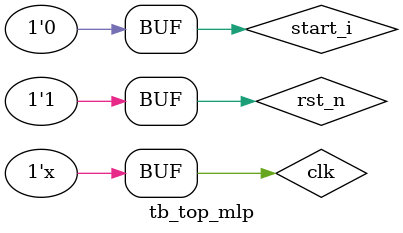
<source format=v>
`timescale 1ns / 1ps

module tb_top_mlp();
     reg                             clk;
     reg                             rst_n;
     reg                             start_i;
     
     wire                            done_intr_o;
     wire                            done_led_o;
     wire                            y_buf_en;
     wire                            y_buf_wr_en;
     wire [$clog2(400)-1:0]       y_buf_addr;
     wire [31:0]     y_buf_data;
            
     initial begin
     clk <= 0;
     rst_n <= 0;
     start_i <= 0;
     end
     
     initial begin
     # 10 rst_n <= 1;
     # 20 start_i <= 1;
     # 20 start_i <= 0;
     end
     
     always @ (*) begin
     #5 clk <= ~clk;
     end
     
     
     
    top_mlp dut(
    .clk           (clk),          
    .rst_n         (rst_n),        
    .start_i       (start_i),      
    .done_intr_o   (done_intr_o),  
    .done_led_o    (done_led_o),   
    .y_buf_en      (y_buf_en),     
    .y_buf_wr_en   (y_buf_wr_en),  
    .y_buf_addr    (y_buf_addr),   
    .y_buf_data    (y_buf_data)   
);
endmodule

</source>
